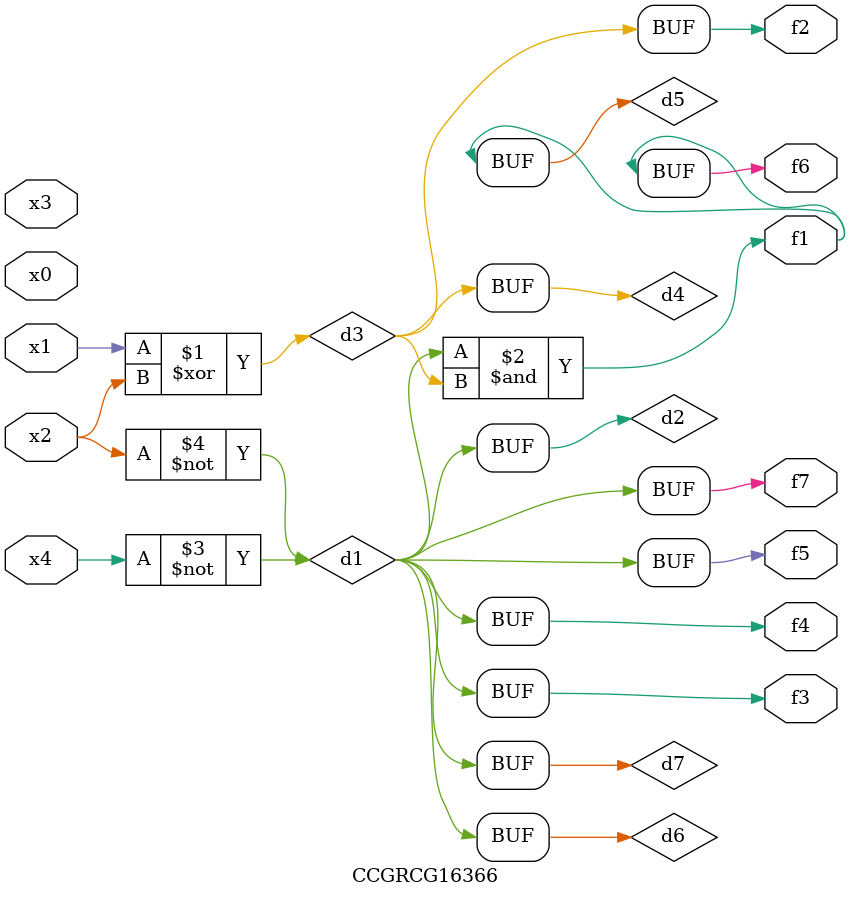
<source format=v>
module CCGRCG16366(
	input x0, x1, x2, x3, x4,
	output f1, f2, f3, f4, f5, f6, f7
);

	wire d1, d2, d3, d4, d5, d6, d7;

	not (d1, x4);
	not (d2, x2);
	xor (d3, x1, x2);
	buf (d4, d3);
	and (d5, d1, d3);
	buf (d6, d1, d2);
	buf (d7, d2);
	assign f1 = d5;
	assign f2 = d4;
	assign f3 = d7;
	assign f4 = d7;
	assign f5 = d7;
	assign f6 = d5;
	assign f7 = d7;
endmodule

</source>
